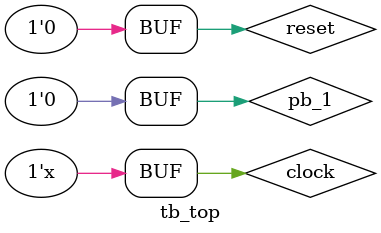
<source format=v>
`timescale 1ns / 1ps


module tb_top();
    
    reg clock;
    reg reset;
    reg pb_1;
  
    top c8051(
        .clock(clock),
        .reset(reset),
        .pb_1(pb_1)
    ); 
    
    initial begin
        clock = 0;
        reset = 1;
        pb_1 = 0;
        
        #30;
		reset = 0;
		
		#1350
		pb_1 = 1;
		#20
		pb_1 = 0;

		
    end
    
    always #10 clock = ~clock;
    
endmodule

</source>
